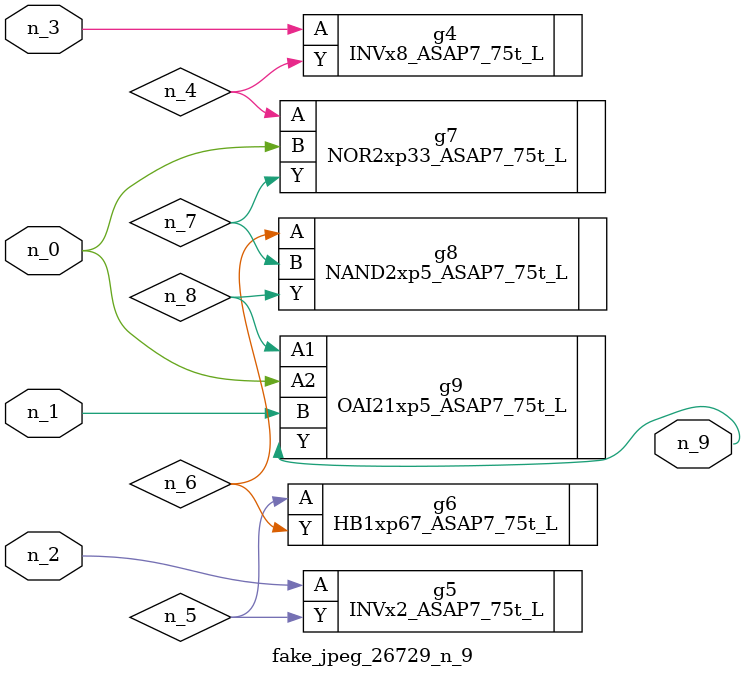
<source format=v>
module fake_jpeg_26729_n_9 (n_0, n_3, n_2, n_1, n_9);

input n_0;
input n_3;
input n_2;
input n_1;

output n_9;

wire n_4;
wire n_8;
wire n_6;
wire n_5;
wire n_7;

INVx8_ASAP7_75t_L g4 ( 
.A(n_3),
.Y(n_4)
);

INVx2_ASAP7_75t_L g5 ( 
.A(n_2),
.Y(n_5)
);

HB1xp67_ASAP7_75t_L g6 ( 
.A(n_5),
.Y(n_6)
);

NAND2xp5_ASAP7_75t_L g8 ( 
.A(n_6),
.B(n_7),
.Y(n_8)
);

NOR2xp33_ASAP7_75t_L g7 ( 
.A(n_4),
.B(n_0),
.Y(n_7)
);

OAI21xp5_ASAP7_75t_L g9 ( 
.A1(n_8),
.A2(n_0),
.B(n_1),
.Y(n_9)
);


endmodule
</source>
